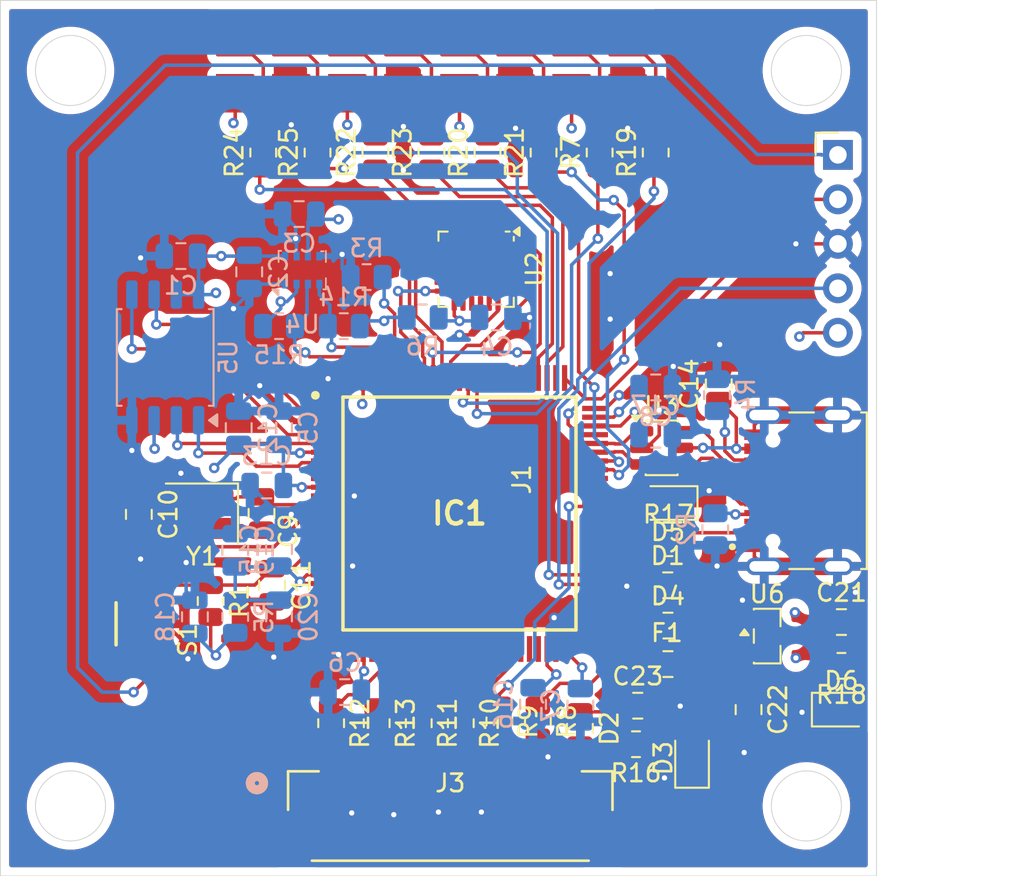
<source format=kicad_pcb>
(kicad_pcb (version 20241229) (generator "pcbnew") (generator_version "9.0")
  (layers (0 "F.Cu" signal) (4 "In1.Cu" power "GND.Cu") (6 "In2.Cu" power "3V3.Cu") (2 "B.Cu" signal) (13 "F.Paste" user) (15 "B.Paste" user) (5 "F.SilkS" user "F.Silkscreen") (7 "B.SilkS" user "B.Silkscreen") (1 "F.Mask" user) (3 "B.Mask" user) (25 "Edge.Cuts" user))
  (net 0 "")
  (net 1 "GND")
  (net 2 "+3.3V")
  (net 3 "/HSE_IN")
  (net 4 "/HSE_OUT")
  (net 5 "/RESET")
  (net 6 "/VBUS")
  (net 7 "+3.3VA")
  (net 8 "Net-(IC1-VCAP_1)")
  (net 9 "Net-(IC1-VCAP_2)")
  (net 10 "+5V")
  (net 11 "/ESC_5V")
  (net 13 "/TIM1_C2")
  (net 16 "/IMU_INT")
  (net 17 "/IMU_CS")
  (net 21 "/D-")
  (net 22 "/I2C1_SDA")
  (net 23 "/VTX_TX")
  (net 29 "/USB_TX")
  (net 35 "/GPS_RX")
  (net 36 "/I2C1_SCL")
  (net 43 "/IMU_MOSI")
  (net 45 "/D+")
  (net 46 "/TIM1_C3")
  (net 47 "/USB_RX")
  (net 48 "/RC_RX")
  (net 51 "/FLASH_CS")
  (net 55 "/VTX_RX")
  (net 66 "/FLASH_MOSI")
  (net 68 "/SWDCLK")
  (net 69 "/RC_TX")
  (net 70 "/IMU_SCK")
  (net 71 "/SWDIO")
  (net 72 "/ESC_TX")
  (net 76 "/BOOT")
  (net 77 "/GPS_TX")
  (net 79 "/ESC_RX")
  (net 81 "/IMU_MISO")
  (net 82 "/TIM1_C1")
  (net 83 "/FLASH_MISO")
  (net 84 "/FLASH_SCK")
  (net 85 "/TIM1_C4")
  (net 87 "/USB_D-")
  (net 88 "/USB_D+")
  (net 90 "/CC1")
  (net 92 "/CC2")
  (net 93 "/ESC_CH2")
  (net 94 "/ESC_CH1")
  (net 95 "/ESC_CH4")
  (net 96 "/ESC_CH3")
  (net 103 "/IMU_3V3")
  (net 104 "/5V_LDO_IN")
  (net 105 "/ESC_TX-C")
  (net 106 "/ESC_RX-C")
  (net 107 "Net-(D3-A)")
  (net 108 "Net-(D5-A)")
  (net 109 "Net-(D6-A)")
  (net 116 "/VTX_RX_PAD")
  (net 117 "/VTX_TX_PAD")
  (net 118 "/USB_RX_PAD")
  (net 119 "/USB_TX_PAD")
  (net 120 "/GPS_RX_PAD")
  (net 121 "/GPS_TX_PAD")
  (net 122 "/RC_RX_PAD")
  (net 123 "/RC_TX_PAD")
  (footprint "02Footprints:CONN_SM12B-GHS-TB_JST" (layer "F.Cu") (at 224.975001 114.875699)
    (property "Reference" "J3")
    (property "Value" "SM12B-GHS-TB")
  )
  (footprint "Capacitor_SMD:C_0805_2012Metric" (layer "F.Cu") (at 237.4 106.2)
    (property "Reference" "F1")
    (property "Value" "250mA")
  )
  (footprint "Resistor_SMD:R_0805_2012Metric" (layer "F.Cu") (at 233.5 76.9875 90)
    (property "Reference" "R7")
    (property "Value" "50")
  )
  (footprint "02Footprints:QFP50P1600X1600X160-100N" (layer "F.Cu") (at 225.5 97.6)
    (property "Reference" "IC1")
    (property "Value" "STM32F745VGT6" (hide yes))
  )
  (footprint "Capacitor_SMD:C_0805_2012Metric" (layer "F.Cu") (at 232.375001 109.875699 -90)
    (property "Reference" "D2")
    (property "Value" "D_Schottky")
  )
  (footprint "Resistor_SMD:R_0805_2012Metric" (layer "F.Cu") (at 236.7 76.9875 90)
    (property "Reference" "R19")
    (property "Value" "50")
  )
  (footprint "02Footprints:SHOUHAN_TYPE-C_16PIN_2MD__073_" (layer "F.Cu") (at 246 96.3 90)
    (property "Reference" "J1")
    (property "Value" "TYPE-C_16PIN_2MD__073_")
  )
  (footprint "Capacitor_SMD:C_0805_2012Metric" (layer "F.Cu") (at 214.2 97.6 -90)
    (property "Reference" "C9")
    (property "Value" "12p")
  )
  (footprint "Sensor_Motion:InvenSense_QFN-24_4x4mm_P0.5mm" (layer "F.Cu") (at 226.45 83.65 -90)
    (property "Reference" "U2")
    (property "Value" "MPU-6000")
  )
  (footprint "Capacitor_SMD:C_0805_2012Metric" (layer "F.Cu") (at 237.4 104)
    (property "Reference" "D4")
    (property "Value" "D_Schottky")
  )
  (footprint "Resistor_SMD:R_0805_2012Metric" (layer "F.Cu") (at 247.3 106.3 180)
    (property "Reference" "R18")
    (property "Value" "330")
  )
  (footprint "Resistor_SMD:R_0805_2012Metric" (layer "F.Cu") (at 211.3 102.6 -90)
    (property "Reference" "R1")
    (property "Value" "10k")
  )
  (footprint "Resistor_SMD:R_0805_2012Metric" (layer "F.Cu") (at 218.175001 109.575699 -90)
    (property "Reference" "R12")
    (property "Value" "50")
  )
  (footprint "Capacitor_SMD:C_0805_2012Metric" (layer "F.Cu") (at 247.3 103.8)
    (property "Reference" "C21")
    (property "Value" "1u")
  )
  (footprint "Resistor_SMD:R_0805_2012Metric" (layer "F.Cu") (at 223.175001 109.575699 -90)
    (property "Reference" "R11")
    (property "Value" "50")
  )
  (footprint "Capacitor_SMD:C_0805_2012Metric" (layer "F.Cu") (at 214.8 101.7 -90)
    (property "Reference" "C11")
    (property "Value" "100n")
  )
  (footprint "Capacitor_SMD:C_0805_2012Metric" (layer "F.Cu") (at 237.3875 101.7)
    (property "Reference" "D1")
    (property "Value" "D_TVS")
  )
  (footprint "Resistor_SMD:R_0805_2012Metric" (layer "F.Cu") (at 217.4 76.9875 90)
    (property "Reference" "R25")
    (property "Value" "50")
  )
  (footprint "Resistor_SMD:R_0805_2012Metric" (layer "F.Cu") (at 225.575001 109.575699 -90)
    (property "Reference" "R10")
    (property "Value" "50")
  )
  (footprint "Resistor_SMD:R_0805_2012Metric" (layer "F.Cu") (at 237.425 99.3)
    (property "Reference" "R17")
    (property "Value" "330")
  )
  (footprint "Resistor_SMD:R_0805_2012Metric" (layer "F.Cu") (at 214.3 76.9875 90)
    (property "Reference" "R24")
    (property "Value" "50")
  )
  (footprint "Resistor_SMD:R_0805_2012Metric" (layer "F.Cu") (at 229.975001 109.475699 -90)
    (property "Reference" "R8")
    (property "Value" "50")
  )
  (footprint "Connector_PinHeader_2.54mm:PinHeader_1x05_P2.54mm_Horizontal" (layer "F.Cu") (at 247.1 77.12)
    (property "Reference" "J4" (hide yes))
    (property "Value" "Conn_01x05_Pin")
  )
  (footprint "Resistor_SMD:R_0805_2012Metric" (layer "F.Cu") (at 230.3 76.9875 90)
    (property "Reference" "R21")
    (property "Value" "50")
  )
  (footprint "Resistor_SMD:R_0805_2012Metric" (layer "F.Cu") (at 227.1 76.9875 90)
    (property "Reference" "R20")
    (property "Value" "50")
  )
  (footprint "LED_SMD:LED_0805_2012Metric" (layer "F.Cu") (at 238.775001 111.575699 90)
    (property "Reference" "D3")
    (property "Value" "LED")
  )
  (footprint "Capacitor_SMD:C_0805_2012Metric" (layer "F.Cu") (at 207.2 97.65 -90)
    (property "Reference" "C10")
    (property "Value" "12p")
  )
  (footprint "02Footprints:SW_KMR221GLFS" (layer "F.Cu") (at 207.3 103.9 -90)
    (property "Reference" "S1")
    (property "Value" "KMR221GLFS")
  )
  (footprint "Capacitor_SMD:C_0805_2012Metric" (layer "F.Cu") (at 235.675001 108.575699)
    (property "Reference" "C23")
    (property "Value" "10u")
  )
  (footprint "Capacitor_SMD:C_0805_2012Metric" (layer "F.Cu") (at 240.3 90.2 90)
    (property "Reference" "C14")
    (property "Value" "100n")
  )
  (footprint "Resistor_SMD:R_0805_2012Metric" (layer "F.Cu") (at 223.9 76.9875 90)
    (property "Reference" "R23")
    (property "Value" "50")
  )
  (footprint "Capacitor_SMD:C_0805_2012Metric" (layer "F.Cu") (at 242 108.8 -90)
    (property "Reference" "C22")
    (property "Value" "1u")
  )
  (footprint "Package_TO_SOT_SMD:SOT-23-6" (layer "F.Cu") (at 237.0375 93.85)
    (property "Reference" "U3")
    (property "Value" "USBLC6-2SC6")
  )
  (footprint "Resistor_SMD:R_0805_2012Metric" (layer "F.Cu") (at 235.575001 110.775699 180)
    (property "Reference" "R16")
    (property "Value" "330")
  )
  (footprint "Resistor_SMD:R_0805_2012Metric" (layer "F.Cu") (at 220.775001 109.575699 -90)
    (property "Reference" "R13")
    (property "Value" "50")
  )
  (footprint "Crystal:Crystal_SMD_3225-4Pin_3.2x2.5mm" (layer "F.Cu") (at 210.8 97.6 180)
    (property "Reference" "Y1")
    (property "Value" "8MHz")
  )
  (footprint "Resistor_SMD:R_0805_2012Metric" (layer "F.Cu") (at 220.7 76.9875 90)
    (property "Reference" "R22")
    (property "Value" "50")
  )
  (footprint "LED_SMD:LED_0805_2012Metric" (layer "F.Cu") (at 247.3 108.8)
    (property "Reference" "D6")
    (property "Value" "LED")
  )
  (footprint "Resistor_SMD:R_0805_2012Metric" (layer "F.Cu") (at 227.775001 109.475699 -90)
    (property "Reference" "R9")
    (property "Value" "50")
  )
  (footprint "LED_SMD:LED_0805_2012Metric" (layer "F.Cu") (at 237.4 97 180)
    (property "Reference" "D5")
    (property "Value" "LED")
  )
  (footprint "Package_TO_SOT_SMD:SOT-23" (layer "F.Cu") (at 243.0625 104.6)
    (property "Reference" "U6")
    (property "Value" "MCP1700T-3302E/TT")
  )
  (footprint "Resistor_SMD:R_0805_2012Metric" (layer "B.Cu") (at 220.2 84.1 180)
    (property "Reference" "R3")
    (property "Value" "10k")
  )
  (footprint "Capacitor_SMD:C_0805_2012Metric" (layer "B.Cu") (at 213.5 83.8 90)
    (property "Reference" "C2")
    (property "Value" "100n")
  )
  (footprint "Capacitor_SMD:C_0805_2012Metric" (layer "B.Cu") (at 236.7 90.4)
    (property "Reference" "C8")
    (property "Value" "100n")
  )
  (footprint "Capacitor_SMD:C_0805_2012Metric" (layer "B.Cu") (at 227.6 86.4)
    (property "Reference" "C4")
    (property "Value" "100n")
  )
  (footprint "Resistor_SMD:R_0805_2012Metric" (layer "B.Cu") (at 218.9 86.9 180)
    (property "Reference" "R14")
    (property "Value" "5k1")
  )
  (footprint "Resistor_SMD:R_0805_2012Metric" (layer "B.Cu") (at 212.7 103.5 90)
    (property "Reference" "R5")
    (property "Value" "50")
  )
  (footprint "Capacitor_SMD:C_0805_2012Metric" (layer "B.Cu") (at 232.4 108.55 -90)
    (property "Reference" "C7")
    (property "Value" "100n")
  )
  (footprint "Capacitor_SMD:C_0805_2012Metric" (layer "B.Cu") (at 209.6 82.9)
    (property "Reference" "C1")
    (property "Value" "100n")
  )
  (footprint "Capacitor_SMD:C_0805_2012Metric" (layer "B.Cu") (at 212.9 92.7 90)
    (property "Reference" "C12")
    (property "Value" "10u")
  )
  (footprint "Package_SO:SOIC-8_5.3x5.3mm_P1.27mm" (layer "B.Cu") (at 208.705 88.6875 90)
    (property "Reference" "U5")
    (property "Value" "W25Q128JVSIQ")
  )
  (footprint "Capacitor_SMD:C_0805_2012Metric" (layer "B.Cu") (at 210.4 103.5 -90)
    (property "Reference" "C18")
    (property "Value" "100n")
  )
  (footprint "Resistor_SMD:R_0805_2012Metric" (layer "B.Cu") (at 240.1 98.5 -90)
    (property "Reference" "R2")
    (property "Value" "5k1")
  )
  (footprint "Capacitor_SMD:C_0805_2012Metric" (layer "B.Cu") (at 229.7 108.5 -90)
    (property "Reference" "C16")
    (property "Value" "2.2u")
  )
  (footprint "Capacitor_SMD:C_0805_2012Metric" (layer "B.Cu") (at 218.95 107.8 180)
    (property "Reference" "C6")
    (property "Value" "100n")
  )
  (footprint "Capacitor_SMD:C_0805_2012Metric" (layer "B.Cu") (at 215.2 103.5 90)
    (property "Reference" "C20")
    (property "Value" "100n")
  )
  (footprint "Capacitor_SMD:C_0805_2012Metric" (layer "B.Cu") (at 215.2 92.7 90)
    (property "Reference" "C5")
    (property "Value" "100n")
  )
  (footprint "Capacitor_SMD:C_0805_2012Metric" (layer "B.Cu") (at 216.35 80.5)
    (property "Reference" "C3")
    (property "Value" "100n")
  )
  (footprint "Capacitor_SMD:C_0805_2012Metric" (layer "B.Cu") (at 212.7 99.7 90)
    (property "Reference" "C19")
    (property "Value" "1u")
  )
  (footprint "Capacitor_SMD:C_0805_2012Metric" (layer "B.Cu") (at 214.5 96 180)
    (property "Reference" "C13")
    (property "Value" "100n")
  )
  (footprint "Package_LGA:Bosch_LGA-8_2x2.5mm_P0.65mm_ClockwisePinNumbering" (layer "B.Cu") (at 216.525 83.7)
    (property "Reference" "U4")
    (property "Value" "BMP280")
  )
  (footprint "Capacitor_SMD:C_0805_2012Metric" (layer "B.Cu") (at 215.2 99.65 -90)
    (property "Reference" "C15")
    (property "Value" "100n")
  )
  (footprint "Resistor_SMD:R_0805_2012Metric" (layer "B.Cu") (at 240.2 90.8375 90)
    (property "Reference" "R4")
    (property "Value" "5k1")
  )
  (footprint "Resistor_SMD:R_0805_2012Metric" (layer "B.Cu") (at 223.4 86.4)
    (property "Reference" "R6")
    (property "Value" "50")
  )
  (footprint "Capacitor_SMD:C_0805_2012Metric" (layer "B.Cu") (at 236.7 93.1 180)
    (property "Reference" "C17")
    (property "Value" "2.2u")
  )
  (footprint "Resistor_SMD:R_0805_2012Metric" (layer "B.Cu") (at 215.2 86.9)
    (property "Reference" "R15")
    (property "Value" "5k1")
  )
  (gr_rect (start 227.7 69.4) (end 229.7 71.4) (stroke (width 0.2)) (fill yes) (layers "F.Cu" "F.Mask") (net 119))
  (gr_rect (start 211.7 69.4) (end 213.7 71.4) (stroke (width 0.2)) (fill yes) (layers "F.Cu" "F.Mask") (net 122))
  (gr_rect (start 214.9 69.4) (end 216.9 71.4) (stroke (width 0.2)) (fill yes) (layers "F.Cu" "F.Mask") (net 123))
  (gr_rect (start 230.9 69.4) (end 232.9 71.4) (stroke (width 0.2)) (fill yes) (layers "F.Cu" "F.Mask") (net 116))
  (gr_rect (start 234.1 72.6) (end 236.1 74.6) (stroke (width 0.2)) (fill yes) (layers "F.Cu" "F.Mask") (net 1))
  (gr_rect (start 224.5 72.6) (end 226.5 74.6) (stroke (width 0.2)) (fill yes) (layers "F.Cu" "F.Mask") (net 2))
  (gr_rect (start 221.3 69.4) (end 223.3 71.4) (stroke (width 0.2)) (fill yes) (layers "F.Cu" "F.Mask") (net 121))
  (gr_rect (start 234.1 69.4) (end 236.1 71.4) (stroke (width 0.2)) (fill yes) (layers "F.Cu" "F.Mask") (net 117))
  (gr_rect (start 221.3 72.6) (end 223.3 74.6) (stroke (width 0.2)) (fill yes) (layers "F.Cu" "F.Mask") (net 1))
  (gr_rect (start 218.1 72.6) (end 220.1 74.6) (stroke (width 0.2)) (fill yes) (layers "F.Cu" "F.Mask") (net 2))
  (gr_rect (start 227.7 72.6) (end 229.7 74.6) (stroke (width 0.2)) (fill yes) (layers "F.Cu" "F.Mask") (net 1))
  (gr_rect (start 211.7 72.6) (end 213.7 74.6) (stroke (width 0.2)) (fill yes) (layers "F.Cu" "F.Mask") (net 2))
  (gr_rect (start 224.5 69.4) (end 226.5 71.4) (stroke (width 0.2)) (fill yes) (layers "F.Cu" "F.Mask") (net 118))
  (gr_rect (start 218.1 69.4) (end 220.1 71.4) (stroke (width 0.2)) (fill yes) (layers "F.Cu" "F.Mask") (net 120))
  (gr_rect (start 214.9 72.6) (end 216.9 74.6) (stroke (width 0.2)) (fill yes) (layers "F.Cu" "F.Mask") (net 1))
  (gr_rect (start 230.9 72.6) (end 232.9 74.6) (stroke (width 0.2)) (fill yes) (layers "F.Cu" "F.Mask") (net 2))
  (gr_circle (center 245.3 72.3) (end 245.3 70.3) (stroke (width 0.05)) (fill no) (layer "Edge.Cuts"))
  (gr_circle (center 203.3 114.3) (end 203.3 116.3) (stroke (width 0.05)) (fill no) (layer "Edge.Cuts"))
  (gr_rect (start 199.3 68.3) (end 249.3 118.3) (stroke (width 0.05)) (fill no) (layer "Edge.Cuts"))
  (gr_circle (center 203.3 72.3) (end 203.3 70.3) (stroke (width 0.05)) (fill no) (layer "Edge.Cuts"))
  (gr_circle (center 245.3 114.3) (end 245.3 116.3) (stroke (width 0.05)) (fill no) (layer "Edge.Cuts"))
  (segment (start 207.3 98.7) (end 207.2 98.6) (width 0.2) (layer "F.Cu") (net 1))
  (segment (start 208.725 103.9) (end 210 105.175) (width 0.2) (layer "F.Cu") (net 1))
  (segment (start 230.55 112.949998) (end 230.600001 112.999999) (width 0.2) (layer "F.Cu") (net 1))
  (segment (start 242 111) (end 241.75 111.25) (width 0.2) (layer "F.Cu") (net 1))
  (segment (start 242.33 93.1) (end 242.33 92.545) (width 0.2) (layer "F.Cu") (net 1))
  (segment (start 233.85 91.6) (end 234.6 90.85) (width 0.2) (layer "F.Cu") (net 1))
  (segment (start 226.850001 112.999999) (end 226.850001 114.549999) (width 0.2) (layer "F.Cu") (net 1))
  (segment (start 238.775001 112.513199) (end 237.386801 112.513199) (width 0.2) (layer "F.Cu") (net 1))
  (segment (start 231 105.338) (end 231 103.65) (width 0.2) (layer "F.Cu") (net 1))
  (segment (start 210 105.175) (end 210 105.9) (width 0.2) (layer "F.Cu") (net 1))
  (segment (start 215 98.55) (end 215.9 97.65) (width 0.2) (layer "F.Cu") (net 1))
  (segment (start 227.7 86.024999) (end 226.324999 87.4) (width 0.2) (layer "F.Cu") (net 1))
  (segment (start 214.8 105.7) (end 214.9 105.8) (width 0.2) (layer "F.Cu") (net 1))
  (segment (start 239.05 97) (end 239.75 96.3) (width 0.2) (layer "F.Cu") (net 1))
  (segment (start 219.5 89.862) (end 218.038 89.862) (width 0.2) (layer "F.Cu") (net 1))
  (segment (start 240.3 89.25) (end 240.3 88) (width 0.2) (layer "F.Cu") (net 1))
  (segment (start 214.2 98.55) (end 215 98.55) (width 0.2) (layer "F.Cu") (net 1))
  (segment (start 219.350001 112.999999) (end 219.35 114.7) (width 0.2) (layer "F.Cu") (net 1))
  (segment (start 215.9 73.6) (end 215.9 75.4) (width 0.2) (layer "F.Cu") (net 1))
  (segment (start 209.7 95.4) (end 209.6 95.3) (width 0.2) (layer "F.Cu") (net 1))
  (segment (start 235.1 73.6) (end 235.1 75.6) (width 0.2) (layer "F.Cu") (net 1))
  (segment (start 248.25 102.25) (end 248.1 102.1) (width 0.2) (layer "F.Cu") (net 1))
  (segment (start 236.9 91.7) (end 236.9 93.133756) (width 0.2) (layer "F.Cu") (net 1))
  (segment (start 230.55 111.5) (end 230.55 112.949998) (width 0.2) (layer "F.Cu") (net 1))
  (segment (start 227.7 85.6) (end 227.7 86.024999) (width 0.2) (layer "F.Cu") (net 1))
  (segment (start 235.1 101.7) (end 235.05 101.75) (width 0.2) (layer "F.Cu") (net 1))
  (segment (start 238.075699 108.575699) (end 238.1 108.6) (width 0.2) (layer "F.Cu") (net 1))
  (segment (start 217.762 96.6) (end 219.5 96.6) (width 0.2) (layer "F.Cu") (net 1))
  (segment (start 207.3 100.2) (end 207.3 98.7) (width 0.2) (layer "F.Cu") (net 1))
  (segment (start 231 103.65) (end 230.9 103.55) (width 0.2) (layer "F.Cu") (net 1))
  (segment (start 226.324999 87.4) (end 225.5 87.4) (width 0.2) (layer "F.Cu") (net 1))
  (segment (start 209.7 96.75) (end 209.7 95.4) (width 0.2) (layer "F.Cu") (net 1))
  (segment (start 242.33 100.055) (end 242.895 100.62) (width 0.2) (layer "F.Cu") (net 1))
  (segment (start 236.183756 93.85) (end 235.9 93.85) (width 0.2) (layer "F.Cu") (net 1))
  (segment (start 247.075 91.98) (end 242.895 91.98) (width 1) (layer "F.Cu") (net 1))
  (segment (start 242.33 99.5) (end 242.33 100.055) (width 0.2) (layer "F.Cu") (net 1))
  (segment (start 221.850001 112.999999) (end 221.850001 114.699999) (width 0.2) (layer "F.Cu") (net 1))
  (segment (start 242.125 103.025) (end 241.65 102.55) (width 0.2) (layer "F.Cu") (net 1))
  (segment (start 242 109.75) (end 242 111) (width 0.2) (layer "F.Cu") (net 1))
  (segment (start 224.350001 114.599999) (end 224.3 114.65) (width 0.2) (layer "F.Cu") (net 1))
  (segment (start 226.850001 114.549999) (end 226.75 114.65) (width 0.2) (layer "F.Cu") (net 1))
  (segment (start 206.5 101) (end 207.3 100.2) (width 0.2) (layer "F.Cu") (net 1))
  (segment (start 238.3375 97) (end 239.05 97) (width 0.2) (layer "F.Cu") (net 1))
  (segment (start 233.238 91.6) (end 233.85 91.6) (width 0.2) (layer "F.Cu") (net 1))
  (segment (start 219.188 105.65) (end 219.5 105.338) (width 0.2) (layer "F.Cu") (net 1))
  (segment (start 237.386801 112.513199) (end 237.2 112.7) (width 0.2) (layer "F.Cu") (net 1))
  (segment (start 222.3 73.6) (end 222.3 75.5) (width 0.2) (layer "F.Cu") (net 1))
  (segment (start 242.125 103.65) (end 242.125 103.025) (width 0.2) (layer "F.Cu") (net 1))
  (segment (start 206.5 101.85) (end 206.5 105.95) (width 0.2) (layer "F.Cu") (net 1))
  (segment (start 218.038 89.862) (end 218 89.9) (width 0.2) (layer "F.Cu") (net 1))
  (segment (start 246.3625 108.8) (end 245.2 108.8) (width 0.2) (layer "F.Cu") (net 1))
  (segment (start 248.25 103.8) (end 248.25 102.25) (width 0.2) (layer "F.Cu") (net 1))
  (segment (start 245.2 108.8) (end 245.05 108.95) (width 0.2) (layer "F.Cu") (net 1))
  (segment (start 242.895 100.62) (end 247.075 100.62) (width 1) (layer "F.Cu") (net 1))
  (segment (start 224.350001 112.999999) (end 224.350001 114.599999) (width 0.2) (layer "F.Cu") (net 1))
  (segment (start 218.6 105.65) (end 219.188 105.65) (width 0.2) (layer "F.Cu") (net 1))
  (segment (start 214.1 98.45) (end 214.2 98.55) (width 0.2) (layer "F.Cu") (net 1))
  (segment (start 236.9 93.133756) (end 236.183756 93.85) (width 0.2) (layer "F.Cu") (net 1))
  (segment (start 247.1 82.2) (end 244.7 82.2) (width 0.2) (layer "F.Cu") (net 1))
  (segment (start 240.3 88) (end 240.35 87.95) (width 0.2) (layer "F.Cu") (net 1))
  (segment (start 236.625001 108.575699) (end 238.075699 108.575699) (width 0.2) (layer "F.Cu") (net 1))
  (segment (start 211.9 98.45) (end 214.1 98.45) (width 0.2) (layer "F.Cu") (net 1))
  (segment (start 221.850001 114.699999) (end 221.75 114.8) (width 0.2) (layer "F.Cu") (net 1))
  (segment (start 228.7 75.6) (end 228.7 73.6) (width 0.2) (layer "F.Cu") (net 1))
  (segment (start 217.762 100.6) (end 219.4 100.6) (width 0.2) (layer "F.Cu") (net 1))
  (segment (start 214.8 102.65) (end 214.8 105.7) (width 0.2) (layer "F.Cu") (net 1))
  (segment (start 242.33 92.545) (end 242.895 91.98) (width 0.2) (layer "F.Cu") (net 1))
  (segment (start 236.4375 101.7) (end 235.1 101.7) (width 0.2) (layer "F.Cu") (net 1))
  (segment (start 206.5 101.85) (end 206.5 101) (width 0.2) (layer "F.Cu") (net 1))
  (via (at 221.75 114.8) (size 0.6) (drill 0.3) (layers "F.Cu" "B.Cu") (net 1))
  (via (at 234.1 83.9) (size 0.6) (drill 0.3) (layers "F.Cu" "B.Cu") (net 1))
  (via (at 235.05 101.75) (size 0.6) (drill 0.3) (layers "F.Cu" "B.Cu") (net 1))
  (via (at 207.3 100.2) (size 0.6) (drill 0.3) (layers "F.Cu" "B.Cu") (net 1))
  (via (at 234.1 86.5) (size 0.6) (drill 0.3) (layers "F.Cu" "B.Cu") (net 1))
  (via (at 248.1 102.1) (size 0.6) (drill 0.3) (layers "F.Cu" "B.Cu") (net 1))
  (via (at 210 105.9) (size 0.6) (drill 0.3) (layers "F.Cu" "B.Cu") (net 1))
  (via (at 222.3 78) (size 0.6) (drill 0.3) (layers "F.Cu" "B.Cu") (net 1))
  (via (at 230.9 103.55) (size 0.6) (drill 0.3) (layers "F.Cu" "B.Cu") (net 1))
  (via (at 226.75 114.65) (size 0.6) (drill 0.3) (layers "F.Cu" "B.Cu") (net 1))
  (via (at 237.7 89.2) (size 0.6) (drill 0.3) (layers "F.Cu" "B.Cu") (net 1))
  (via (at 234.6 90.85) (size 0.6) (drill 0.3) (layers "F.Cu" "B.Cu") (net 1))
  (via (at 241.75 111.25) (size 0.6) (drill 0.3) (layers "F.Cu" "B.Cu") (net 1))
  (via (at 209.9 100.4) (size 0.6) (drill 0.3) (layers "F.Cu" "B.Cu") (net 1))
  (via (at 218 89.9) (size 0.6) (drill 0.3) (layers "F.Cu" "B.Cu") (net 1))
  (via (at 229.5 86.4) (size 0.6) (drill 0.3) (layers "F.Cu" "B.Cu") (net 1))
  (via (at 239.75 96.3) (size 0.6) (drill 0.3) (layers "F.Cu" "B.Cu") (net 1))
  (via (at 237.2 112.7) (size 0.6) (drill 0.3) (layers "F.Cu" "B.Cu") (net 1))
  (via (at 218.6 105.65) (size 0.6) (drill 0.3) (layers "F.Cu" "B.Cu") (net 1))
  (via (at 230.55 111.5) (size 0.6) (drill 0.3) (layers "F.Cu" "B.Cu") (net 1))
  (via (at 219.35 114.7) (size 0.6) (drill 0.3) (layers "F.Cu" "B.Cu") (net 1))
  (via (at 245.05 108.95) (size 0.6) (drill 0.3) (layers "F.Cu" "B.Cu") (net 1))
  (via (at 219.4 100.6) (size 0.6) (drill 0.3) (layers "F.Cu" "B.Cu") (net 1))
  (via (at 215.9 97.65) (size 0.6) (drill 0.3) (layers "F.Cu" "B.Cu") (net 1))
  (via (at 225.5 87.4) (size 0.6) (drill 0.3) (layers "F.Cu" "B.Cu") (net 1))
  (via (at 240.2 100.6) (size 0.6) (drill 0.3) (layers "F.Cu" "B.Cu") (net 1))
  (via (at 212.6 85.9) (size 0.6) (drill 0.3) (layers "F.Cu" "B.Cu") (net 1))
  (via (at 236.9 91.7) (size 0.6) (drill 0.3) (layers "F.Cu" "B.Cu") (net 1))
  (via (at 228.7 75.6) (size 0.6) (drill 0.3) (layers "F.Cu" "B.Cu") (net 1))
  (via (at 209.6 95.3) (size 0.6) (drill 0.3) (layers "F.Cu" "B.Cu") (net 1))
  (via (at 240.35 87.95) (size 0.6) (drill 0.3) (layers "F.Cu" "B.Cu") (net 1))
  (via (at 244.7 82.2) (size 0.6) (drill 0.3) (layers "F.Cu" "B.Cu") (net 1))
  (via (at 224.3 114.65) (size 0.6) (drill 0.3) (layers "F.Cu" "B.Cu") (net 1))
  (via (at 214.1 90.3) (size 0.6) (drill 0.3) (layers "F.Cu" "B.Cu") (net 1))
  (via (at 241.65 102.55) (size 0.6) (drill 0.3) (layers "F.Cu" "B.Cu") (net 1))
  (via (at 214.9 105.8) (size 0.6) (drill 0.3) (layers "F.Cu" "B.Cu") (net 1))
  (via (at 222.3 75.5) (size 0.6) (drill 0.3) (layers "F.Cu" "B.Cu") (net 1))
  (via (at 215.9 75.4) (size 0.6) (drill 0.3) (layers "F.Cu" "B.Cu") (net 1))
  (via (at 238.1 108.6) (size 0.6) (drill 0.3) (layers "F.Cu" "B.Cu") (net 1))
  (via (at 206.8 94) (size 0.6) (drill 0.3) (layers "F.Cu" "B.Cu") (net 1))
  (via (at 219.5 96.6) (size 0.6) (drill 0.3) (layers "F.Cu" "B.Cu") (net 1))
  (via (at 216.15 81.9) (size 0.6) (drill 0.3) (layers "F.Cu" "B.Cu") (net 1))
  (via (at 207.3 83) (size 0.6) (drill 0.3) (layers "F.Cu" "B.Cu") (net 1))
  (via (at 235.1 75.6) (size 0.6) (drill 0.3) (layers "F.Cu" "B.Cu") (net 1))
  (via (at 218.8 82.8) (size 0.6) (drill 0.3) (layers "F.Cu" "B.Cu") (net 1))
  (segment (start 213.5 85) (end 212.6 85.9) (width 0.2) (layer "B.Cu") (net 1))
  (segment (start 237.65 90.7) (end 237.65 89.25) (width 0.2) (layer "B.Cu") (net 1))
  (segment (start 229.7 109.45) (end 232.35 109.45) (width 0.2) (layer "B.Cu") (net 1))
  (segment (start 215.2 97.65) (end 215.9 97.65) (width 0.2) (layer "B.Cu") (net 1))
  (segment (start 211.55 98.75) (end 209.9 100.4) (width 0.2) (layer "B.Cu") (net 1))
  (segment (start 232.35 109.45) (end 232.4 109.5) (width 0.2) (layer "B.Cu") (net 1))
  (segment (start 212.7 98.75) (end 211.55 98.75) (width 0.2) (layer "B.Cu") (net 1))
  (segment (start 216.15 81.9) (end 216.15 81.25) (width 0.2) (layer "B.Cu") (net 1))
  (segment (start 218.8 82.8) (end 218.8 83.6125) (width 0.2) (layer "B.Cu") (net 1))
  (segment (start 240.1 100.5) (end 240.2 100.6) (width 0.2) (layer "B.Cu") (net 1))
  (segment (start 240.1 99.4125) (end 240.1 100.5) (width 0.2) (layer "B.Cu") (net 1))
  (segment (start 216.2 81.95) (end 216.15 81.9) (width 0.2) (layer "B.Cu") (net 1))
  (segment (start 218 107.8) (end 218 106.25) (width 0.2) (layer "B.Cu") (net 1))
  (segment (start 213.75 84.5) (end 213.5 84.75) (width 0.2) (layer "B.Cu") (net 1))
  (segment (start 240.35 87.95) (end 240.2 88.1) (width 0.2) (layer "B.Cu") (net 1))
  (segment (start 237.6 91.7) (end 237.65 91.75) (width 0.2) (layer "B.Cu") (net 1))
  (segment (start 215.2 104.45) (end 215.2 105.5) (width 0.2) (layer "B.Cu") (net 1))
  (segment (start 214.1 90.3) (end 214.1 90.65) (width 0.2) (layer "B.Cu") (net 1))
  (segment (start 208.65 82.9) (end 207.4 82.9) (width 0.2) (layer "B.Cu") (net 1))
  (segment (start 237.65 93.1) (end 237.65 91.75) (width 0.2) (layer "B.Cu") (net 1))
  (segment (start 215.55 84.5) (end 213.75 84.5) (width 0.2) (layer "B.Cu") (net 1))
  (segment (start 209.9 102.05) (end 209.9 100.4) (width 0.2) (layer "B.Cu") (net 1))
  (segment (start 218.8 83.6125) (end 219.2875 84.1) (width 0.2) (layer "B.Cu") (net 1))
  (segment (start 230.55 110.3) (end 230.55 111.5) (width 0.2) (layer "B.Cu") (net 1))
  (segment (start 216.2 82.9) (end 216.2 81.95) (width 0.2) (layer "B.Cu") (net 1))
  (segment (start 229.7 109.45) (end 230.55 110.3) (width 0.2) (layer "B.Cu") (net 1))
  (segment (start 206.8 92.275) (end 206.8 94) (width 0.2) (layer "B.Cu") (net 1))
  (segment (start 215.9 97.65) (end 215.9 98) (width 0.2) (layer "B.Cu") (net 1))
  (segment (start 214.1 90.65) (end 215.2 91.75) (width 0.2) (layer "B.Cu") (net 1))
  (segment (start 216.15 81.25) (end 215.4 80.5) (width 0.2) (layer "B.Cu") (net 1))
  (segment (start 236.9 91.7) (end 237.6 91.7) (width 0.2) (layer "B.Cu") (net 1))
  (segment (start 228.55 86.4) (end 229.5 86.4) (width 0.2) (layer "B.Cu") (net 1))
  (segment (start 218 106.25) (end 218.6 105.65) (width 0.2) (layer "B.Cu") (net 1))
  (segment (start 212.9 91.5) (end 214.1 90.3) (width 0.2) (layer "B.Cu") (net 1))
  (segment (start 237.65 91.75) (end 237.65 90.7) (width 0.2) (layer "B.Cu") (net 1))
  (segment (start 213.5 84.75) (end 213.5 85) (width 0.2) (layer "B.Cu") (net 1))
  (segment (start 218.7 82.9) (end 218.8 82.8) (width 0.2) (layer "B.Cu") (net 1))
  (segment (start 215.9 98) (end 215.2 98.7) (width 0.2) (layer "B.Cu") (net 1))
  (segment (start 212.9 91.75) (end 212.9 91.5) (width 0.2) (layer "B.Cu") (net 1))
  (segment (start 207.4 82.9) (end 207.3 83) (width 0.2) (layer "B.Cu") (net 1))
  (segment (start 215.2 105.5) (end 214.9 105.8) (width 0.2) (layer "B.Cu") (net 1))
  (segment (start 237.65 89.25) (end 237.7 89.2) (width 0.2) (layer "B.Cu") (net 1))
  (segment (start 213.55 96) (end 215.2 97.65) (width 0.2) (layer "B.Cu") (net 1))
  (segment (start 210.4 102.55) (end 209.9 102.05) (width 0.2) (layer "B.Cu") (net 1))
  (segment (start 240.2 88.1) (end 240.2 89.925) (width 0.2) (layer "B.Cu") (net 1))
  (segment (start 217.5 82.9) (end 218.7 82.9) (width 0.2) (layer "B.Cu") (net 1))
  (segment (start 231.5 105.338) (end 231.5 105.4) (width 0.2) (layer "F.Cu") (net 2))
  (segment (start 212.7 73.6) (end 212.7 75.2) (width 0.2) (layer "F.Cu") (net 2))
  (segment (start 211.3 103.5125) (end 211.3 105.4) (width 0.2) (layer "F.Cu") (net 2))
  (segment (start 211.3 105.4) (end 211.6 105.7) (width 0.2) (layer "F.Cu") (net 2))
  (segment (start 247.1 87.28) (end 245.12 87.28) (width 0.2) (layer "F.Cu") (net 2))
  (segment (start 216.5 96.1) (end 217.762 96.1) (width 0.2) (layer "F.Cu") (net 2))
  (segment (start 246.3875 103.8375) (end 246.35 103.8) (width 0.2) (layer "F.Cu") (net 2))
  (segment (start 234.3 92.1) (end 233.238 92.1) (width 0.2) (layer "F.Cu") (net 2))
  (segment (start 217.762 94.1) (end 216.45 94.1) (width 0.2) (layer "F.Cu") (net 2))
  (segment (start 220 89.862) (end 220 91.3) (width 0.2) (layer "F.Cu") (net 2))
  (segment (start 231.5 105.4) (end 232.5 106.4) (width 0.2) (layer "F.Cu") (net 2))
  (segment (start 245.55 104.6) (end 244 104.6) (width 0.2) (layer "F.Cu") (net 2))
  (segment (start 220.05 106.6) (end 220.05 105.388) (width 0.2) (layer "F.Cu") (net 2))
  (segment (start 246.35 103.8) (end 245.55 104.6) (width 0.2) (layer "F.Cu") (net 2))
  (segment (start 245.12 87.28) (end 244.9 87.5) (width 0.2) (layer "F.Cu") (net 2))
  (segment (start 246.3875 106.3) (end 246.3875 103.8375) (width 0.2) (layer "F.Cu") (net 2))
  (segment (start 219.1 73.6) (end 219.1 75.4) (width 0.2) (layer "F.Cu") (net 2))
  (segment (start 212.7 75.2) (end 212.6 75.3) (width 0.2) (layer "F.Cu") (net 2))
  (segment (start 220 91.3) (end 219.95 91.35) (width 0.2) (layer "F.Cu") (net 2))
  (segment (start 220.05 105.388) (end 220 105.338) (width 0.2) (layer "F.Cu") (net 2))
  (segment (start 216.45 94.1) (end 216.4 94.15) (width 0.2) (layer "F.Cu") (net 2))
  (segment (start 231.9 73.6) (end 231.9 75.6) (width 0.2) (layer "F.Cu") (net 2))
  (segment (start 225.5 73.6) (end 225.5 75.5) (width 0.2) (layer "F.Cu") (net 2))
  (segment (start 234.6 91.8) (end 234.3 92.1) (width 0.2) (layer "F.Cu") (net 2))
  (via (at 216.4 94.15) (size 0.6) (drill 0.3) (layers "F.Cu" "B.Cu") (net 2))
  (via (at 215.3 85.5) (size 0.6) (drill 0.3) (layers "F.Cu" "B.Cu") (net 2))
  (via (at 211.6 105.7) (size 0.6) (drill 0.3) (layers "F.Cu" "B.Cu") (net 2))
  (via (at 212.6 75.3) (size 0.6) (drill 0.3) (layers "F.Cu" "B.Cu") (net 2))
  (via (at 216.5 96.1) (size 0.6) (drill 0.3) (layers "F.Cu" "B.Cu") (net 2))
  (via (at 218.6 80.8) (size 0.6) (drill 0.3) (layers "F.Cu" "B.Cu") (net 2))
  (via (at 231.9 75.6) (size 0.6) (drill 0.3) (layers "F.Cu" "B.Cu") (net 2))
  (via (at 232.5 106.4) (size 0.6) (drill 0.3) (layers "F.Cu" "B.Cu") (net 2))
  (via (at 244.9 87.5) (size 0.6) (drill 0.3) (layers "F.Cu" "B.Cu") (net 2))
  (via (at 244.7 105.85) (size 0.6) (drill 0.3) (layers "F.Cu" "B.Cu") (net 2))
  (via (at 221.2 86.6) (size 0.6) (drill 0.3) (layers "F.Cu" "B.Cu") (net 2))
  (via (at 208.1 93.9) (size 0.6) (drill 0.3) (layers "F.Cu" "B.Cu") (net 2))
  (via (at 219.95 91.35) (size 0.6) (drill 0.3) (layers "F.Cu" "B.Cu") (net 2))
  (via (at 211.6 85) (size 0.6) (drill 0.3) (layers "F.Cu" "B.Cu") (net 2))
  (via (at 244.65 103.25) (size 0.6) (drill 0.3) (layers "F.Cu" "B.Cu") (net 2))
  (via (at 225.5 75.5) (size 0.6) (drill 0.3) (layers "F.Cu" "B.Cu") (net 2))
  (via (at 211.5 95) (size 0.6) (drill 0.3) (layers "F.Cu" "B.Cu") (net 2))
  (via (at 211.9 82.9) (size 0.6) (drill 0.3) (layers "F.Cu" "B.Cu") (net 2))
  (via (at 220.05 106.6) (size 0.6) (drill 0.3) (layers "F.Cu" "B.Cu") (net 2))
  (via (at 234.6 91.8) (size 0.6) (drill 0.3) (layers "F.Cu" "B.Cu") (net 2))
  (via (at 219.1 75.4) (size 0.6) (drill 0.3) (layers "F.Cu" "B.Cu") (net 2))
  (segment (start 215.45 93.9) (end 215.2 93.65) (width 0.2) (layer "B.Cu") (net 2))
  (segment (start 221.4 86.4) (end 221.2 86.6) (width 0.2) (layer "B.Cu") (net 2))
  (segment (start 212.9 93.65) (end 212.85 93.65) (width 0.2) (layer "B.Cu") (net 2))
  (segment (start 216.85 80.95) (end 217.3 80.5) (width 0.2) (layer "B.Cu") (net 2))
  (segment (start 208.07 92.275) (end 208.07 93.87) (width 0.2) (layer "B.Cu") (net 2))
  (segment (start 216.4 94.15) (end 215.7 94.15) (width 0.2) (layer "B.Cu") (net 2))
  (segment (start 213.55 82.9) (end 213.5 82.85) (width 0.2) (layer "B.Cu") (net 2))
  (segment (start 216.2 84.95) (end 215.65 85.5) (width 0.2) (layer "B.Cu") (net 2))
  (segment (start 218.6 80.8) (end 217.3 80.8) (width 0.2) (layer "B.Cu") (net 2))
  (segment (start 216.85 82.9) (end 216.85 80.95) (width 0.2) (layer "B.Cu") (net 2))
  (segment (start 215.45 96) (end 215.45 93.9) (width 0.2) (layer "B.Cu") (net 2))
  (segment (start 211.5 85.1) (end 211.6 85) (width 0.2) (layer "B.Cu") (net 2))
  (segment (start 219.9 106.75) (end 220.05 106.6) (width 0.2) (layer "B.Cu") (net 2))
  (segment (start 212.9 93.65) (end 215.2 93.65) (width 0.2) (layer "B.Cu") (net 2))
  (segment (start 210.4 104.5) (end 211.6 105.7) (width 0.2) (layer "B.Cu") (net 2))
  (segment (start 209.34 85.1) (end 210.61 85.1) (width 0.2) (layer "B.Cu") (net 2))
  (segment (start 220.1125 86.6) (end 219.8125 86.9) (width 0.2) (layer "B.Cu") (net 2))
  (segment (start 215.65 85.5) (end 215.3 85.5) (width 0.2) (layer "B.Cu") (net 2))
  (segment (start 211.6 105.5125) (end 212.7 104.4125) (width 0.2) (layer "B.Cu") (net 2))
  (segment (start 235.7 90.7) (end 234.6 91.8) (width 0.2) (layer "B.Cu") (net 2))
  (segment (start 215.45 96) (end 216.4 96) (width 0.2) (layer "B.Cu") (net 2))
  (segment (start 210.61 82.96) (end 210.55 82.9) (width 0.2) (layer "B.Cu") (net 2))
  (segment (start 216.4 96) (end 216.5 96.1) (width 0.2) (layer "B.Cu") (net 2))
  (segment (start 211.6 105.7) (end 211.6 105.5125) (width 0.2) (layer "B.Cu") (net 2))
  (segment (start 210.61 85.1) (end 210.61 82.96) (width 0.2) (layer "B.Cu") (net 2))
  (segment (start 232.5 106.4) (end 232.5 107.5) (width 0.2) (layer "B.Cu") (net 2))
  (segment (start 219.9 107.8) (end 219.9 106.75) (width 0.2) (layer "B.Cu") (net 2))
  (segment (start 213.45 82.9) (end 213.5 82.85) (width 0.2) (layer "B.Cu") (net 2))
  (segment (start 215.7 94.15) (end 215.2 93.65) (width 0.2) (layer "B.Cu") (net 2))
  (segment (start 210.55 82.9) (end 211.9 82.9) (width 0.2) (layer "B.Cu") (net 2))
  (segment (start 215.55 82.9) (end 213.55 82.9) (width 0.2) (layer "B.Cu") (net 2))
  (segment (start 235.75 90.7) (end 235.7 90.7) (width 0.2) (layer "B.Cu") (net 2))
  (segment (start 210.61 85.1) (end 211.5 85.1) (width 0.2) (layer "B.Cu") (net 2))
  (segment (start 208.07 93.87) (end 208.1 93.9) (width 0.2) (layer "B.Cu") (net 2))
  (segment (start 222.4875 86.4) (end 221.4 86.4) (width 0.2) (layer "B.Cu") (net 2))
  (segment (start 232.5 107.5) (end 232.4 107.6) (width 0.2) (layer "B.Cu") (net 2))
  (segment (start 211.9 82.9) (end 213.45 82.9) (width 0.2) (layer "B.Cu") (net 2))
  (segment (start 216.2 84.5) (end 216.2 84.95) (width 0.2) (layer "B.Cu") (net 2))
  (segment (start 210.4 104.45) (end 210.4 104.5) (width 0.2) (layer "B.Cu") (net 2))
  (segment (start 215.3 85.8875) (end 214.2875 86.9) (width 0.2) (layer "B.Cu") (net 2))
  (segment (start 215.3 85.5) (end 215.3 85.8875) (width 0.2) (layer "B.Cu") (net 2))
  (segment (start 212.85 93.65) (end 211.5 95) (width 0.2) (layer "B.Cu") (net 2))
  (segment (start 221.2 86.6) (end 220.1125 86.6) (width 0.2) (layer "B.Cu") (net 2))
  (segment (start 217.762 97.1) (end 214.65 97.1) (width 0.2) (layer "F.Cu") (net 3))
  (segment (start 212.85 96.65) (end 212.75 96.75) (width 0.2) (layer "F.Cu") (net 3))
  (segment (start 214.65 97.1) (end 214.2 96.65) (width 0.2) (layer "F.Cu") (net 3))
  (segment (start 212.75 96.75) (end 211.9 96.75) (width 0.2) (layer "F.Cu") (net 3))
  (segment (start 214.2 96.65) (end 212.85 96.65) (width 0.2) (layer "F.Cu") (net 3))
  (segment (start 207.2 96.7) (end 207.95 96.7) (width 0.2) (layer "F.Cu") (net 4))
  (segment (start 210.75 99.5) (end 209.7 98.45) (width 0.2) (layer "F.Cu") (net 4))
  (segment (start 217.762 97.6) (end 216.8245 97.6) (width 0.2) (layer "F.Cu") (net 4))
  (segment (start 216.8245 97.6) (end 214.9245 99.5) (width 0.2) (layer "F.Cu") (net 4))
  (segment (start 207.95 96.7) (end 209.7 98.45) (width 0.2) (layer "F.Cu") (net 4))
  (segment (start 214.9245 99.5) (end 210.75 99.5) (width 0.2) (layer "F.Cu") (net 4))
  (segment (start 217.762 98.1) (end 216.8245 98.1) (width 0.2) (layer "F.Cu") (net 5))
  (segment (start 215.95 100.75) (end 214.8 100.75) (width 0.2) (layer "F.Cu") (net 5))
  (segment (start 216.8245 98.1) (end 216.6 98.3245) (width 0.2) (layer "F.Cu") (net 5))
  (segment (start 216.6 100.1) (end 215.95 100.75) (width 0.2) (layer "F.Cu") (net 5))
  (segment (start 213.8125 101.6875) (end 211.3 101.6875) (width 0.2) (layer "F.Cu") (net 5))
  (segment (start 216.6 98.3245) (end 216.6 100.1) (width 0.2) (layer "F.Cu") (net 5))
  (segment (start 214.8 100.75) (end 214.75 100.75) (width 0.2) (layer "F.Cu") (net 5))
  (segment (start 208.2625 101.6875) (end 208.1 101.85) (width 0.2) (layer "F.Cu") (net 5))
  (segment (start 214.75 100.75) (end 213.8125 101.6875) (width 0.2) (layer "F.Cu") (net 5))
  (segment (start 206.9 107.8) (end 208.1 106.6) (width 0.2) (layer "F.Cu") (net 5))
  (segment (start 208.1 101.85) (end 208.1 105.95) (width 0.2) (layer "F.Cu") (net 5))
  (segment (start 211.3 101.6875) (end 208.2625 101.6875) (width 0.2) (layer "F.Cu") (net 5))
  (segment (start 208.1 106.6) (end 208.1 105.95) (width 0.2) (layer "F.Cu") (net 5))
  (via (at 206.9 107.8) (size 0.6) (drill 0.3) (layers "F.Cu" "B.Cu") (net 5))
  (segment (start 246.16 77.12) (end 247.1 77.12) (width 0.2) (layer "B.Cu") (net 5))
  (segment (start 205.1 107.8) (end 203.7 106.4) (width 0.2) (layer "B.Cu") (net 5))
  (segment (start 203.7 106.4) (end 203.7 77) (width 0.2) (layer "B.Cu") (net 5))
  (segment (start 246.14 77.1) (end 246.16 77.12) (width 0.2) (layer "B.Cu") (net 5))
  (segment (start 242.5 77.1) (end 246.14 77.1) (width 0.2) (layer "B.Cu") (net 5))
  (segment (start 237.4 72) (end 242.5 77.1) (width 0.2) (layer "B.Cu") (net 5))
  (segment (start 206.9 107.8) (end 205.1 107.8) (width 0.2) (layer "B.Cu") (net 5))
  (segment (start 203.7 77) (end 208.7 72) (width 0.2) (layer "B.Cu") (net 5))
  (segment (start 208.7 72) (end 237.4 72) (width 0.2) (layer "B.Cu") (net 5))
  (segment (start 243.507 94.5) (end 243.507 98.1) (width 0.2) (layer "F.Cu") (net 6))
  (segment (start 241.3 92.15) (end 240.3 91.15) (width 0.2) (layer "F.Cu") (net 6))
  (segment (start 242.907 98.7) (end 242.33 98.7) (width 0.2) (layer "F.Cu") (net 6))
  (segment (start 238.3375 103.9875) (end 238.35 104) (width 0.2) (layer "F.Cu") (net 6))
  (segment (start 241.3 93.9) (end 242.33 93.9) (width 0.2) (layer "F.Cu") (net 6))
  (segment (start 238.9375 98.7) (end 242.33 98.7) (width 0.2) (layer "F.Cu") (net 6))
  (segment (start 238.175 93.85) (end 239.4 93.85) (width 0.2) (layer "F.Cu") (net 6))
  (segment (start 238.3375 101.7) (end 238.3375 103.9875) (width 0.2) (layer "F.Cu") (net 6))
  (segment (start 238.3375 99.3) (end 238.3375 101.7) (width 0.2) (layer "F.Cu") (net 6))
  (segment (start 241.3 93.9) (end 241.3 92.15) (width 0.2) (layer "F.Cu") (net 6))
  (segment (start 242.33 93.9) (end 242.907 93.9) (width 0.2) (layer "F.Cu") (net 6))
  (segment (start 238.3375 99.3) (end 238.9375 98.7) (width 0.2) (layer "F.Cu") (net 6))
  (segment (start 243.507 98.1) (end 242.907 98.7) (width 0.2) (layer "F.Cu") (net 6))
  (segment (start 242.907 93.9) (end 243.507 94.5) (width 0.2) (layer "F.Cu") (net 6))
  (via (at 241.3 93.9) (size 0.6) (drill 0.3) (layers "F.Cu" "B.Cu") (net 6))
  (via (at 239.4 93.85) (size 0.6) (drill 0.3) (layers "F.Cu" "B.Cu") (net 6))
  (segment (start 239.4 93.85) (end 241.25 93.85) (width 0.2) (layer "B.Cu") (net 6))
  (segment (start 241.25 93.85) (end 241.3 93.9) (width 0.2) (layer "B.Cu") (net 6))
  (segment (start 216.8 101.1) (end 216.4 101.5) (width 0.2) (layer "F.Cu") (net 7))
  (segment (start 216.4 101.5) (end 216.5 101.6) (width 0.2) (layer "F.Cu") (net 7))
  (segment (start 217.762 101.1) (end 216.8 101.1) (width 0.2) (layer "F.Cu") (net 7))
  (segment (start 216.5 101.6) (end 217.762 101.6) (width 0.2) (layer "F.Cu") (net 7))
  (via (at 216.4 101.5) (size 0.6) (drill 0.3) (layers "F.Cu" "B.Cu") (net 7))
  (segment (start 215.35 102.55) (end 216.4 101.5) (width 0.2) (layer "B.Cu") (net 7))
  (segment (start 212.7 100.65) (end 212.7 102.5875) (width 0.2) (layer "B.Cu") (net 7))
  (segment (start 215.15 100.65) (end 215.2 100.6) (width 0.2) (layer "B.Cu") (net 7))
  (segment (start 215.2 102.55) (end 212.7375 102.55) (width 0.2) (layer "B.Cu") (net 7))
  (segment (start 215.2 100.6) (end 215.5 100.6) (width 0.2) (layer "B.Cu") (net 7))
  (segment (start 212.7 100.65) (end 215.15 100.65) (width 0.2) (layer "B.Cu") (net 7))
  (segment (start 212.7375 102.55) (end 212.7 102.5875) (width 0.2) (layer "B.Cu") (net 7))
  (segment (start 215.5 100.6) (end 216.4 101.5) (width 0.2) (layer "B.Cu") (net 7))
  (segment (start 215.2 102.55) (end 215.35 102.55) (width 0.2) (layer "B.Cu") (net 7))
  (segment (start 231.025989 106.792588) (end 231.017088 106.792588) (width 0.2) (layer "F.Cu") (net 8))
  (segment (start 231.017088 106.792588) (end 230.5 106.2755) (width 0.2) (layer "F.Cu") (net 8))
  (segment (start 230.5 106.2755) (end 230.5 105.338) (width 0.2) (layer "F.Cu") (net 8))
  (via (at 231.025989 106.792588) (size 0.6) (drill 0.3) (layers "F.Cu" "B.Cu") (net 8))
  (segment (start 229.752877 107.497123) (end 229.7 107.55) (width 0.2) (layer "B.Cu") (net 8))
  (segment (start 231.025989 106.792588) (end 230.321454 107.497123) (width 0.2) (layer "B.Cu") (net 8))
  (segment (start 230.321454 107.497123) (end 229.752877 107.497123) (width 0.2) (layer "B.Cu") (net 8))
  (segment (start 235.5 91.8) (end 234.7 92.6) (width 0.2) (layer "F.Cu") (net 9))
  (segment (start 234.7 92.6) (end 233.238 92.6) (width 0.2) (layer "F.Cu") (net 9))
  (via (at 235.5 91.8) (size 0.6) (drill 0.3) (layers "F.Cu" "B.Cu") (net 9))
  (segment (start 235.75 92.05) (end 235.5 91.8) (width 0.2) (layer "B.Cu") (net 9))
  (segment (start 235.75 93.1) (end 235.75 92.05) (width 0.2) (layer "B.Cu") (net 9))
  (segment (start 236.45 106.2) (end 236.45 104) (width 0.2) (layer "F.Cu") (net 10))
  (segment (start 234.375001 108.925699) (end 234.725001 108.575699) (width 0.2) (layer "F.Cu") (net 10))
  (segment (start 232.375001 108.925699) (end 234.375001 108.925699) (width 0.2) (layer "F.Cu") (net 10))
  (segment (start 234.725001 108.575699) (end 236.45 106.8507) (width 0.2) (layer "F.Cu") (net 10))
  (segment (start 236.45 106.8507) (end 236.45 106.2) (width 0.2) (layer "F.Cu") (net 10))
  (segment (start 231.850001 112.999999) (end 231.850001 111.350699) (width 0.2) (layer "F.Cu") (net 11))
  (segment (start 231.850001 111.350699) (end 232.375001 110.825699) (width 0.2) (layer "F.Cu") (net 11))
  (segment (start 234.612501 110.825699) (end 234.662501 110.775699) (width 0.2) (layer "F.Cu") (net 11))
  (segment (start 232.375001 110.825699) (end 234.612501 110.825699) (width 0.2) (layer "F.Cu") (net 11))
  (segment (start 227 106.1) (end 226 107.1) (width 0.2) (layer "F.Cu") (net 13))
  (segment (start 222.3382 107.1) (end 220.775001 108.663199) (width 0.2) (layer "F.Cu") (net 13))
  (segment (start 227 105.338) (end 227 106.1) (width 0.2) (layer "F.Cu") (net 13))
  (segment (start 226 107.1) (end 222.3382 107.1) (width 0.2) (layer "F.Cu") (net 13))
  (segment (start 222 84.9) (end 222.151 85.051) (width 0.2) (layer "F.Cu") (net 16))
  (segment (start 222.151 85.051) (end 222.151 87.251) (width 0.2) (layer "F.Cu") (net 16))
  (segment (start 222.151 87.251) (end 223 88.1) (width 0.2) (layer "F.Cu") (net 16))
  (segment (start 224.5 84.9) (end 223.55 84.9) (width 0.2) (layer "F.Cu") (net 16))
  (segment (start 223 88.1) (end 223 89.862) (width 0.2) (layer "F.Cu") (net 16))
  (via (at 223.55 84.9) (size 0.6) (drill 0.3) (layers "F.Cu" "B.Cu") (net 16))
  (via (at 222 84.9) (size 0.6) (drill 0.3) (layers "F.Cu" "B.Cu") (net 16))
  (segment (start 223.55 84.9) (end 222 84.9) (width 0.2) (layer "B.Cu") (net 16))
  (segment (start 222.649 83.892112) (end 222.649 86.749) (width 0.2) (layer "F.Cu") (net 17))
  (segment (start 224.5 82.9) (end 223.641113 82.9) (width 0.2) (layer "F.Cu") (net 17))
  (segment (start 223.399 87.499) (end 223.399 88.628232) (width 0.2) (layer "F.Cu") (net 17))
  (segment (start 223.5 88.729232) (end 223.5 89.862) (width 0.2) (layer "F.Cu") (net 17))
  (segment (start 223.399 88.628232) (end 223.5 88.729232) (width 0.2) (layer "F.Cu") (net 17))
  (segment (start 223.641113 82.9) (end 222.649 83.892112) (width 0.2) (layer "F.Cu") (net 17))
  (segment (start 222.649 86.749) (end 223.399 87.499) (width 0.2) (layer "F.Cu") (net 17))
  (segment (start 234.8125 94.075) (end 234.369251 94.075) (width 0.2) (layer "F.Cu") (net 21))
  (segment (start 235.9 94.8) (end 235.5375 94.8) (width 0.2) (layer "F.Cu") (net 21))
  (segment (start 235.5375 94.8) (end 234.8125 94.075) (width 0.2) (layer "F.Cu") (net 21))
  (segment (start 234.344251 94.1) (end 233.238 94.1) (width 0.2) (layer "F.Cu") (net 21))
  (segment (start 234.369251 94.075) (end 234.344251 94.1) (width 0.2) (layer "F.Cu") (net 21))
  (segment (start 216.95 88.65) (end 221.1775 88.65) (width 0.2) (layer "F.Cu") (net 22))
  (segment (start 216.7 88.4) (end 216.95 88.65) (width 0.2) (layer "F.Cu") (net 22))
  (segment (start 221.5 88.9725) (end 221.5 89.862) (width 0.2) (layer "F.Cu") (net 22))
  (segment (start 221.1775 88.65) (end 221.5 88.9725) (width 0.2) (layer "F.Cu") (net 22))
  (via (at 216.7 88.4) (size 0.6) (drill 0.3) (layers "F.Cu" "B.Cu") (net 22))
  (segment (start 216.3 88.4) (end 216.1 88.2) (width 0.2) (layer "B.Cu") (net 22))
  (segment (start 216.8 86.2125) (end 216.8 84.55) (width 0.2) (layer "B.Cu") (net 22))
  (segment (start 216.8 84.55) (end 216.85 84.5) (width 0.2) (layer "B.Cu") (net 22))
  (segment (start 216.1 86.9125) (end 216.1125 86.9) (width 0.2) (layer "B.Cu") (net 22))
  (segment (start 216.7 88.4) (end 216.3 88.4) (width 0.2) (layer "B.Cu") (net 22))
  (segment (start 216.1125 86.9) (end 216.8 86.2125) (width 0.2) (layer "B.Cu") (net 22))
  (segment (start 216.1 88.2) (end 216.1 86.9125) (width 0.2) (layer "B.Cu") (net 22))
  (segment (start 231.173184 101.651) (end 233.187 101.651) (width 0.2) (layer "F.Cu") (net 23))
  (segment (start 233.187 101.651) (end 233.238 101.6) (width 0.2) (layer "F.Cu") (net 23))
  (segment (start 236.6 79.2) (end 236.6 78) (width 0.2) (layer "F.Cu") (net 23))
  (segment (start 231.172183 101.649999) (end 231.173184 101.651) (width 0.2) (layer "F.Cu") (net 23))
  (segment (start 236.6 78) (end 236.7 77.9) (width 0.2) (layer "F.Cu") (net 23))
  (via (at 236.6 79.2) (size 0.6) (drill 0.3) (layers "F.Cu" "B.Cu") (net 23))
  (via (at 231.172183 101.649999) (size 0.6) (drill 0.3) (layers "F.Cu" "B.Cu") (net 23))
  (segment (start 236.6 79.6) (end 236.6 79.2) (width 0.2) (layer "B.Cu") (net 23))
  (segment (start 232.251 90.538164) (end 232.251 89.949) (width 0.2) (layer "B.Cu") (net 23))
  (segment (start 232.9 83.3) (end 236.6 79.6) (width 0.2) (layer "B.Cu") (net 23))
  (segment (start 232.9 89.3) (end 232.9 83.3) (width 0.2) (layer "B.Cu") (net 23))
  (segment (start 231.172183 101.649999) (end 231.172183 91.616981) (width 0.2) (layer "B.Cu") (net 23))
  (segment (start 231.172183 91.616981) (end 232.251 90.538164) (width 0.2) (layer "B.Cu") (net 23))
  (segment (start 232.251 89.949) (end 232.9 89.3) (width 0.2) (layer "B.Cu") (net 23))
  (segment (start 233.238 95.1) (end 234.270768 95.1) (width 0.2) (layer "F.Cu") (net 29))
  (segment (start 234.9 80.3) (end 234.3 79.7) (width 0.2) (layer "F.Cu") (net 29))
  (segment (start 234.9 88.8) (end 234.9 80.3) (width 0.2) (layer "F.Cu") (net 29))
  (segment (start 234.570768 95.4) (end 234.6 95.4) (width 0.2) (layer "F.Cu") (net 29))
  (segment (start 231.9 78.1) (end 230.5 78.1) (width 0.2) (layer "F.Cu") (net 29))
  (segment (start 234.270768 95.1) (end 234.570768 95.4) (width 0.2) (layer "F.Cu") (net 29))
  (segment (start 230.5 78.1) (end 230.3 77.9) (width 0.2) (layer "F.Cu") (net 29))
  (via (at 234.9 88.8) (size 0.6) (drill 0.3) (layers "F.Cu" "B.Cu") (net 29))
  (via (at 234.6 95.4) (size 0.6) (drill 0.3) (layers "F.Cu" "B.Cu") (net 29))
  (via (at 234.3 79.7) (size 0.6) (drill 0.3) (layers "F.Cu" "B.Cu") (net 29))
  (via (at 231.9 78.1) (size 0.6) (drill 0.3) (layers "F.Cu" "B.Cu") (net 29))
  (segment (start 233.5 79.7) (end 231.9 78.1) (width 0.2) (layer "B.Cu") (net 29))
  (segment (start 235.151 93.941448) (end 233.942776 92.733224) (width 0.2) (layer "B.Cu") (net 29))
  (segment (start 233.942776 89.757224) (end 234.9 88.8) (width 0.2) (layer "B.Cu") (net 29))
  (segment (start 233.942776 92.733224) (end 233.942776 89.757224) (width 0.2) (layer "B.Cu") (net 29))
  (segment (start 235.151 94.878232) (end 235.151 93.941448) (width 0.2) (layer "B.Cu") (net 29))
  (segment (start 234.629232 95.4) (end 235.151 94.878232) (width 0.2) (layer "B.Cu") (net 29))
  (segment (start 234.3 79.7) (end 233.5 79.7) (width 0.2) (layer "B.Cu") (net 29))
  (segment (start 234.6 95.4) (end 234.629232 95.4) (width 0.2) (layer "B.Cu") (net 29))
  (segment (start 230 88.7) (end 230.8 87.9) (width 0.2) (layer "F.Cu") (net 35))
  (segment (start 222.8 80) (end 220.7 77.9) (width 0.2) (layer "F.Cu") (net 35))
  (segment (start 230 89.862) (end 230 88.7) (width 0.2) (layer "F.Cu") (net 35))
  (segment (start 230.1 80) (end 222.8 80) (width 0.2) (layer "F.Cu") (net 35))
  (segment (start 230.8 87.9) (end 230.8 80.7) (width 0.2) (layer "F.Cu") (net 35))
  (segment (start 230.8 80.7) (end 230.1 80) (width 0.2) (layer "F.Cu") (net 35))
  (segment (start 221.1755 88.1) (end 218.2 88.1) (width 0.2) (layer "F.Cu") (net 36))
  (segment (start 222 89.862) (end 222 88.9245) (width 0.2) (layer "F.Cu") (net 36))
  (segment (start 222 88.9245) (end 221.1755 88.1) (width 0.2) (layer "F.Cu") (net 36))
  (via (at 218.2 88.1) (size 0.6) (drill 0.3) (layers "F.Cu" "B.Cu") (net 36))
  (segment (start 217.5 84.5) (end 217.5 85.1) (width 0.2) (layer "B.Cu") (net 36))
  (segment (start 218.2 87.1125) (end 217.9875 86.9) (width 0.2) (layer "B.Cu") (net 36))
  (segment (start 217.5 85.1) (end 218.1 85.7) (width 0.2) (layer "B.Cu") (net 36))
  (segment (start 218.1 86.7875) (end 217.9875 86.9) (width 0.2) (layer "B.Cu") (net 36))
  (segment (start 218.2 88.1) (end 218.2 87.1125) (width 0.2) (layer "B.Cu") (net 36))
  (segment (start 218.1 85.7) (end 218.1 86.7875) (width 0.2) (layer "B.Cu") (net 36))
  (segment (start 224 88.6) (end 224 89.862) (width 0.2) (layer "F.Cu") (net 43))
  (segment (start 228.8 88.4) (end 229.6 88.4) (width 0.2) (layer "F.Cu") (net 43))
  (segment (start 229.7 82.4) (end 228.4 82.4) (width 0.2) (layer "F.Cu") (net 43))
  (segment (start 229.6 88.4) (end 230.1 87.9) (width 0.2) (layer "F.Cu") (net 43))
  (segment (start 230.1 87.9) (end 230.1 82.8) (width 0.2) (layer "F.Cu") (net 43))
  (segment (start 223.95 88.4) (end 223.95 88.55) (width 0.2) (layer "F.Cu") (net 43))
  (segment (start 230.1 82.8) (end 229.7 82.4) (width 0.2) (layer "F.Cu") (net 43))
  (segment (start 223.95 88.55) (end 224 88.6) (width 0.2) (layer "F.Cu") (net 43))
  (via (at 223.95 88.4) (size 0.6) (drill 0.3) (layers "F.Cu" "B.Cu") (net 43))
  (via (at 228.8 88.4) (size 0.6) (drill 0.3) (layers "F.Cu" "B.Cu") (net 43))
  (segment (start 223.95 88.4) (end 228.8 88.4) (width 0.2) (layer "B.Cu") (net 43))
  (segment (start 235.9 92.9) (end 235.5375 92.9) (width 0.2) (layer "F.Cu") (net 45))
  (segment (start 235.5375 92.9) (end 234.8125 93.625) (width 0.2) (layer "F.Cu") (net 45))
  (segment (start 234.344251 93.6) (end 233.238 93.6) (width 0.2) (layer "F.Cu") (net 45))
  (segment (start 234.369251 93.625) (end 234.344251 93.6) (width 0.2) (layer "F.Cu") (net 45))
  (segment (start 234.8125 93.625) (end 234.369251 93.625) (width 0.2) (layer "F.Cu") (net 45))
  (segment (start 228 106.15) (end 226.6 107.55) (width 0.2) (layer "F.Cu") (net 46))
  (segment (start 226.6 107.55) (end 224.2882 107.55) (width 0.2) (layer "F.Cu") (net 46))
  (segment (start 228 105.338) (end 228 106.15) (width 0.2) (layer "F.Cu") (net 46))
  (segment (start 224.2882 107.55) (end 223.175001 108.663199) (width 0.2) (layer "F.Cu") (net 46))
  (segment (start 231.3 79) (end 228.2 79) (width 0.2) (layer "F.Cu") (net 47))
  (segment (start 232.3 80) (end 231.3 79) (width 0.2) (layer "F.Cu") (net 47))
  (segment (start 233.238 94.6) (end 234.55 94.6) (width 0.2) (layer "F.Cu") (net 47))
  (segment (start 234.55 94.6) (end 234.6 94.65) (width 0.2) (layer "F.Cu") (net 47))
  (segment (start 233.2 90.4) (end 232.3 89.5) (width 0.2) (layer "F.Cu") (net 47))
  (segment (start 232.3 89.5) (end 232.3 80) (width 0.2) (layer "F.Cu") (net 47))
  (segment (start 228.2 79) (end 227.1 77.9) (width 0.2) (layer "F.Cu") (net 47))
  (via (at 234.6 94.65) (size 0.6) (drill 0.3) (layers "F.Cu" "B.Cu") (net 47))
  (via (at 233.2 90.4) (size 0.6) (drill 0.3) (layers "F.Cu" "B.Cu") (net 47))
  (segment (start 233.2 93.25) (end 234.6 94.65) (width 0.2) (layer "B.Cu") (net 47))
  (segment (start 233.2 90.4) (end 233.2 93.25) (width 0.2) (layer "B.Cu") (net 47))
  (segment (start 214.1 79.1) (end 214.1 78.1) (width 0.2) (layer "F.Cu") (net 48))
  (segment (start 226 89.862) (end 226 90.95) (width 0.2) (layer "F.Cu") (net 48))
  (segment (start 226 90.95) (end 225.7 91.25) (width 0.2) (layer "F.Cu") (net 48))
  (segment (start 214.1 78.1) (end 214.3 77.9) (width 0.2) (layer "F.Cu") (net 48))
  (via (at 225.7 91.25) (size 0.6) (drill 0.3) (layers "F.Cu" "B.Cu") (net 48))
  (via (at 214.1 79.1) (size 0.6) (drill 0.3) (layers "F.Cu" "B.Cu") (net 48))
  (segment (start 230.5 81.5) (end 228.1 79.1) (width 0.2) (layer "B.Cu") (net 48))
  (segment (start 225.75 91.3) (end 230 91.3) (width 0.2) (layer "B.Cu") (net 48))
  (segment (start 230.5 90.8) (end 230.5 81.5) (width 0.2) (layer "B.Cu") (net 48))
  (segment (start 225.7 91.25) (end 225.75 91.3) (width 0.2) (layer "B.Cu") (net 48))
  (segment (start 230 91.3) (end 230.5 90.8) (width 0.2) (layer "B.Cu") (net 48))
  (segment (start 228.1 79.1) (end 214.1 79.1) (width 0.2) (layer "B.Cu") (net 48))
  (segment (start 216.3 94.9) (end 213.9 94.9) (width 0.2) (layer "F.Cu") (net 51))
  (segment (start 213.15 94.15) (end 210.6 94.15) (width 0.2) (layer "F.Cu") (net 51))
  (segment (start 217.663 94.699) (end 216.501 94.699) (width 0.2) (layer "F.Cu") (net 51))
  (segment (start 213.9 94.9) (end 213.15 94.15) (width 0.2) (layer "F.Cu") (net 51))
  (segment (start 216.501 94.699) (end 216.3 94.9) (width 0.2) (layer "F.Cu") (net 51))
  (segment (start 217.762 94.6) (end 217.663 94.699) (width 0.2) (layer "F.Cu") (net 51))
  (via (at 210.6 94.15) (size 0.6) (drill 0.3) (layers "F.Cu" "B.Cu") (net 51))
  (segment (start 210.6 94.15) (end 210.6 92.285) (width 0.2) (layer "B.Cu") (net 51))
  (segment (start 210.6 92.285) (end 210.61 92.275) (width 0.2) (layer "B.Cu") (net 51))
  (segment (start 233.4 81.9) (end 233.4 78) (width 0.2) (layer "F.Cu") (net 55))
  (segment (start 233.238 101.1) (end 230.6 101.1) (width 0.2) (layer "F.Cu") (net 55))
  (segment (start 233.4 78) (end 233.5 77.9) (width 0.2) (layer "F.Cu") (net 55))
  (via (at 230.6 101.1) (size 0.6) (drill 0.3) (layers "F.Cu" "B.Cu") (net 55))
  (via (at 233.4 81.9) (size 0.6) (drill 0.3) (layers "F.Cu" "B.Cu") (net 55))
  (segment (start 233.4 81.9) (end 231.9 83.4) (width 0.2) (layer "B.Cu") (net 55))
  (segment (start 231.9 90.392776) (end 230.6 91.692776) (width 0.2) (layer "B.Cu") (net 55))
  (segment (start 231.9 83.4) (end 231.9 90.392776) (width 0.2) (layer "B.Cu") (net 55))
  (segment (start 230.6 91.692776) (end 230.6 101.1) (width 0.2) (layer "B.Cu") (net 55))
  (segment (start 210.8 88.2) (end 206.8 88.2) (width 0.2) (layer "F.Cu") (net 66))
  (segment (start 211.2 88.6) (end 210.8 88.2) (width 0.2) (layer "F.Cu") (net 66))
  (segment (start 215.7 93.1) (end 211.2 88.6) (width 0.2) (layer "F.Cu") (net 66))
  (segment (start 217.762 93.1) (end 215.7 93.1) (width 0.2) (layer "F.Cu") (net 66))
  (via (at 206.8 88.2) (size 0.6) (drill 0.3) (layers "F.Cu" "B.Cu") (net 66))
  (segment (start 206.8 88.2) (end 206.8 85.1) (width 0.2) (layer "B.Cu") (net 66))
  (segment (start 233.619768 91.051) (end 245.010768 79.66) (width 0.2) (layer "F.Cu") (net 68))
  (segment (start 245.010768 79.66) (end 247.1 79.66) (width 0.2) (layer "F.Cu") (net 68))
  (segment (start 231.5 89.8) (end 231.5 89.862) (width 0.2) (layer "F.Cu") (net 68))
  (segment (start 232.689 91.051) (end 233.619768 91.051) (width 0.2) (layer "F.Cu") (net 68))
  (segment (start 231.5 89.862) (end 232.689 91.051) (width 0.2) (layer "F.Cu") (net 68))
  (segment (start 226.5 91.9) (end 226.5 89.862) (width 0.2) (layer "F.Cu") (net 69))
  (segment (start 218.9 77.9) (end 217.4 77.9) (width 0.2) (layer "F.Cu") (net 69))
  (via (at 218.9 77.9) (size 0.6) (drill 0.3) (layers "F.Cu" "B.Cu") (net 69))
  (via (at 226.5 91.9) (size 0.6) (drill 0.3) (layers "F.Cu" "B.Cu") (net 69))
  (segment (start 228.8 79.303611) (end 231.1 81.603611) (width 0.2) (layer "B.Cu") (net 69))
  (segment (start 218.9 77.9) (end 218.9 77.5) (width 0.2) (layer "B.Cu") (net 69))
  (segment (start 231.1 81.603611) (end 231.1 90.696388) (width 0.2) (layer "B.Cu") (net 69))
  (segment (start 228.2 77) (end 228.8 77.6) (width 0.2) (layer "B.Cu") (net 69))
  (segment (start 228.8 77.6) (end 228.8 79.303611) (width 0.2) (layer "B.Cu") (net 69))
  (segment (start 219.4 77) (end 228.2 77) (width 0.2) (layer "B.Cu") (net 69))
  (segment (start 231.1 90.696388) (end 229.896388 91.9) (width 0.2) (layer "B.Cu") (net 69))
  (segment (start 229.896388 91.9) (end 226.5 91.9) (width 0.2) (layer "B.Cu") (net 69))
  (segment (start 218.9 77.5) (end 219.4 77) (width 0.2) (layer "B.Cu") (net 69))
  (segment (start 225.9245 88) (end 226.7 88) (width 0.2) (layer "F.Cu") (net 70))
  (segment (start 228.824999 82.9) (end 228.4 82.9) (width 0.2) (layer "F.Cu") (net 70))
  (segment (start 225 89.862) (end 225 88.9245) (width 0.2) (layer "F.Cu") (net 70))
  (segment (start 226.7 88) (end 229.4 85.3) (width 0.2) (layer "F.Cu") (net 70))
  (segment (start 229.4 85.3) (end 229.4 83.475001) (width 0.2) (layer "F.Cu") (net 70))
  (segment (start 225 88.9245) (end 225.9245 88) (width 0.2) (layer "F.Cu") (net 70))
  (segment (start 229.4 83.475001) (end 228.824999 82.9) (width 0.2) (layer "F.Cu") (net 70))
  (segment (start 232.3005 93.1) (end 231.7 92.4995) (width 0.2) (layer "F.Cu") (net 71))
  (segment (start 231.7 92.4995) (end 231.7 91.9) (width 0.2) (layer "F.Cu") (net 71))
  (segment (start 231.7 91.9) (end 231.722183 91.9) (width 0.2) (layer "F.Cu") (net 71))
  (segment (start 233.238 93.1) (end 232.3005 93.1) (width 0.2) (layer "F.Cu") (net 71))
  (via (at 231.722183 91.9) (size 0.6) (drill 0.3) (layers "F.Cu" "B.Cu") (net 71))
  (segment (start 232.649 90.171768) (end 238.080768 84.74) (width 0.2) (layer "B.Cu") (net 71))
  (segment (start 238.080768 84.74) (end 247.1 84.74) (width 0.2) (layer "B.Cu") (net 71))
  (segment (start 232.649 90.973183) (end 232.649 90.171768) (width 0.2) (layer "B.Cu") (net 71))
  (segment (start 231.722183 91.9) (end 232.649 90.973183) (width 0.2) (layer "B.Cu") (net 71))
  (segment (start 234.1755 97.6) (end 233.238 97.6) (width 0.2) (layer "F.Cu") (net 72))
  (segment (start 233 107.3) (end 234.5 105.8) (width 0.2) (layer "F.Cu") (net 72))
  (segment (start 234.5 97.9245) (end 234.1755 97.6) (width 0.2) (layer "F.Cu") (net 72))
  (segment (start 234.5 105.8) (end 234.5 97.9245) (width 0.2) (layer "F.Cu") (net 72))
  (segment (start 229.975001 108.563199) (end 231.2382 107.3) (width 0.2) (layer "F.Cu") (net 72))
  (segment (start 233.138 97.7) (end 233.238 97.6) (width 0.2) (layer "F.Cu") (net 72))
  (segment (start 231.2382 107.3) (end 233 107.3) (width 0.2) (layer "F.Cu") (net 72))
  (segment (start 222.401 89.763) (end 222.401 88.4) (width 0.2) (layer "F.Cu") (net 76))
  (segment (start 222.4 88.4) (end 221.8 87.8) (width 0.2) (layer "F.Cu") (net 76))
  (segment (start 221.8 86.2) (end 221.2 85.6) (width 0.2) (layer "F.Cu") (net 76))
  (segment (start 222.401 88.4) (end 222.4 88.4) (width 0.2) (layer "F.Cu") (net 76))
  (segment (start 222.5 89.862) (end 222.401 89.763) (width 0.2) (layer "F.Cu") (net 76))
  (segment (start 221.8 87.8) (end 221.8 86.2) (width 0.2) (layer "F.Cu") (net 76))
  (via (at 221.2 85.6) (size 0.6) (drill 0.3) (layers "F.Cu" "B.Cu") (net 76))
  (segment (start 221.2 85.6) (end 221.2 84.1875) (width 0.2) (layer "B.Cu") (net 76))
  (segment (start 221.2 84.1875) (end 221.1125 84.1) (width 0.2) (layer "B.Cu") (net 76))
  (segment (start 231.4 88.0725) (end 231.4 79.8) (width 0.2) (layer "F.Cu") (net 77))
  (segment (start 231.1 79.5) (end 225.5 79.5) (width 0.2) (layer "F.Cu") (net 77))
  (segment (start 231.4 79.8) (end 231.1 79.5) (width 0.2) (layer "F.Cu") (net 77))
  (segment (start 225.5 79.5) (end 223.9 77.9) (width 0.2) (layer "F.Cu") (net 77))
  (segment (start 230.5 88.9725) (end 231.4 88.0725) (width 0.2) (layer "F.Cu") (net 77))
  (segment (start 230.5 89.862) (end 230.5 88.9725) (width 0.2) (layer "F.Cu") (net 77))
  (segment (start 227.775001 107.924999) (end 228.3 107.4) (width 0.2) (layer "F.Cu") (net 79))
  (segment (start 231.75 97.2) (end 233.138 97.2) (width 0.2) (layer "F.Cu") (net 79))
  (segment (start 227.775001 108.563199) (end 227.775001 107.924999) (width 0.2) (layer "F.Cu") (net 79))
  (segment (start 233.138 97.2) (end 233.238 97.1) (width 0.2) (layer "F.Cu") (net 79))
  (via (at 231.75 97.2) (size 0.6) (drill 0.3) (layers "F.Cu" "B.Cu") (net 79))
  (via (at 228.3 107.4) (size 0.6) (drill 0.3) (layers "F.Cu" "B.Cu") (net 79))
  (segment (start 229.8 103.8) (end 229.8 105.9) (width 0.2) (layer "B.Cu") (net 79))
  (segment (start 231.75 101.85) (end 229.8 103.8) (width 0.2) (layer "B.Cu") (net 79))
  (segment (start 229.8 105.9) (end 228.3 107.4) (width 0.2) (layer "B.Cu") (net 79))
  (segment (start 231.75 97.2) (end 231.75 101.85) (width 0.2) (layer "B.Cu") (net 79))
  (segment (start 223 86.3) (end 224.5 87.8) (width 0.2) (layer "F.Cu") (net 81))
  (segment (start 223.637501 83.4) (end 223 84.037501) (width 0.2) (layer "F.Cu") (net 81))
  (segment (start 223 84.037501) (end 223 86.3) (width 0.2) (layer "F.Cu") (net 81))
  (segment (start 224.5 87.8) (end 224.5 89.862) (width 0.2) (layer "F.Cu") (net 81))
  (segment (start 224.5 83.4) (end 223.637501 83.4) (width 0.2) (layer "F.Cu") (net 81))
  (segment (start 218.436801 108.663199) (end 218.175001 108.663199) (width 0.2) (layer "F.Cu") (net 82))
  (segment (start 219.6 107.95) (end 219.15 107.95) (width 0.2) (layer "F.Cu") (net 82))
  (segment (start 226 105.338) (end 226 106.2755) (width 0.2) (layer "F.Cu") (net 82))
  (segment (start 225.6755 106.6) (end 220.95 106.6) (width 0.2) (layer "F.Cu") (net 82))
  (segment (start 220.95 106.6) (end 219.6 107.95) (width 0.2) (layer "F.Cu") (net 82))
  (segment (start 226 106.2755) (end 225.6755 106.6) (width 0.2) (layer "F.Cu") (net 82))
  (segment (start 219.15 107.95) (end 218.436801 108.663199) (width 0.2) (layer "F.Cu") (net 82))
  (segment (start 217.762 93.6) (end 209.5 93.6) (width 0.2) (layer "F.Cu") (net 83))
  (segment (start 209.5 93.6) (end 209.4 93.7) (width 0.2) (layer "F.Cu") (net 83))
  (via (at 209.4 93.7) (size 0.6) (drill 0.3) (layers "F.Cu" "B.Cu") (net 83))
  (segment (start 209.4 93.7) (end 209.4 92.335) (width 0.2) (layer "B.Cu") (net 83))
  (segment (start 209.4 92.335) (end 209.34 92.275) (width 0.2) (layer "B.Cu") (net 83))
  (segment (start 217.762 91.6) (end 216.4 91.6) (width 0.2) (layer "F.Cu") (net 84))
  (segment (start 211.6 86.8) (end 208.2 86.8) (width 0.2) (layer "F.Cu") (net 84))
  (segment (start 216.4 91.6) (end 211.6 86.8) (width 0.2) (layer "F.Cu") (net 84))
  (via (at 208.2 86.8) (size 0.6) (drill 0.3) (layers "F.Cu" "B.Cu") (net 84))
  (segment (start 208.2 86.8) (end 208.2 85.23) (width 0.2) (layer "B.Cu") (net 84))
  (segment (start 208.2 85.23) (end 208.07 85.1) (width 0.2) (layer "B.Cu") (net 84))
  (segment (start 225.575001 108.663199) (end 226.064301 108.663199) (width 0.2) (layer "F.Cu") (net 85))
  (segment (start 226.064301 108.663199) (end 228.5 106.2275) (width 0.2) (layer "F.Cu") (net 85))
  (segment (start 228.5 106.2275) (end 228.5 105.338) (width 0.2) (layer "F.Cu") (net 85))
  (segment (start 241.555 97.05) (end 241.325 96.82) (width 0.2) (layer "F.Cu") (net 87))
  (segment (start 238.95 94.8) (end 238.175 94.8) (width 0.2) (layer "F.Cu") (net 87))
  (segment (start 242.33 97.05) (end 241.555 97.05) (width 0.2) (layer "F.Cu") (net 87))
  (segment (start 239.3 94.45) (end 238.95 94.8) (width 0.2) (layer "F.Cu") (net 87))
  (segment (start 239.95 94.45) (end 239.3 94.45) (width 0.2) (layer "F.Cu") (net 87))
  (segment (start 242.33 96.05) (end 241.55 96.05) (width 0.2) (layer "F.Cu") (net 87))
  (segment (start 241.55 96.05) (end 241.325 95.825) (width 0.2) (layer "F.Cu") (net 87))
  (segment (start 241.325 96.82) (end 241.325 95.825) (width 0.2) (layer "F.Cu") (net 87))
  (segment (start 241.325 95.825) (end 239.95 94.45) (width 0.2) (layer "F.Cu") (net 87))
  (segment (start 243.156 96.499) (end 243.156 95.601) (width 0.2) (layer "F.Cu") (net 88))
  (segment (start 239.45 92.9) (end 238.175 92.9) (width 0.2) (layer "F.Cu") (net 88))
  (segment (start 243.105 95.55) (end 242.33 95.55) (width 0.2) (layer "F.Cu") (net 88))
  (segment (start 242.33 95.55) (end 241.546389 95.55) (width 0.2) (layer "F.Cu") (net 88))
  (segment (start 239.951 93.954611) (end 239.951 93.401) (width 0.2) (layer "F.Cu") (net 88))
  (segment (start 242.33 96.55) (end 243.105 96.55) (width 0.2) (layer "F.Cu") (net 88))
  (segment (start 243.156 95.601) (end 243.105 95.55) (width 0.2) (layer "F.Cu") (net 88))
  (segment (start 239.951 93.401) (end 239.45 92.9) (width 0.2) (layer "F.Cu") (net 88))
  (segment (start 241.546389 95.55) (end 241.470388 95.474) (width 0.2) (layer "F.Cu") (net 88))
  (segment (start 243.105 96.55) (end 243.156 96.499) (width 0.2) (layer "F.Cu") (net 88))
  (segment (start 241.470388 95.474) (end 239.951 93.954611) (width 0.2) (layer "F.Cu") (net 88))
  (segment (start 241.25 97.65) (end 242.23 97.65) (width 0.2) (layer "F.Cu") (net 90))
  (segment (start 242.23 97.65) (end 242.33 97.55) (width 0.2) (layer "F.Cu") (net 90))
  (via (at 241.25 97.65) (size 0.6) (drill 0.3) (layers "F.Cu" "B.Cu") (net 90))
  (segment (start 241.1875 97.5875) (end 241.25 97.65) (width 0.2) (layer "B.Cu") (net 90))
  (segment (start 240.1 97.5875) (end 241.1875 97.5875) (width 0.2) (layer "B.Cu") (net 90))
  (segment (start 241.170768 94.55) (end 240.65 94.029232) (width 0.2) (layer "F.Cu") (net 92))
  (segment (start 240.65 94.029232) (end 240.65 92.95) (width 0.2) (layer "F.Cu") (net 92))
  (segment (start 242.33 94.55) (end 241.170768 94.55) (width 0.2) (layer "F.Cu") (net 92))
  (via (at 240.65 92.95) (size 0.6) (drill 0.3) (layers "F.Cu" "B.Cu") (net 92))
  (segment (start 240.65 92.2) (end 240.2 91.75) (width 0.2) (layer "B.Cu") (net 92))
  (segment (start 240.65 92.95) (end 240.65 92.2) (width 0.2) (layer "B.Cu") (net 92))
  (segment (start 220.775001 112.824999) (end 220.600001 112.999999) (width 0.2) (layer "F.Cu") (net 93))
  (segment (start 220.775001 110.488199) (end 220.775001 112.824999) (width 0.2) (layer "F.Cu") (net 93))
  (segment (start 218.175001 110.488199) (end 218.175001 112.924999) (width 0.2) (layer "F.Cu") (net 94))
  (segment (start 218.175001 112.924999) (end 218.100001 112.999999) (width 0.2) (layer "F.Cu") (net 94))
  (segment (start 225.575001 110.488199) (end 225.575001 112.974999) (width 0.2) (layer "F.Cu") (net 95))
  (segment (start 225.575001 112.974999) (end 225.600001 112.999999) (width 0.2) (layer "F.Cu") (net 95))
  (segment (start 223.175001 112.924999) (end 223.100001 112.999999) (width 0.2) (layer "F.Cu") (net 96))
  (segment (start 223.175001 110.488199) (end 223.175001 112.924999) (width 0.2) (layer "F.Cu") (net 96))
  (segment (start 225.2 85.6) (end 225.2 86.3) (width 0.2) (layer "F.Cu") (net 103))
  (segment (start 225.2 86.3) (end 225.5 86.6) (width 0.2) (layer "F.Cu") (net 103))
  (via (at 225.5 86.6) (size 0.6) (drill 0.3) (layers "F.Cu" "B.Cu") (net 103))
  (segment (start 224.5125 86.6) (end 224.3125 86.4) (width 0.2) (layer "B.Cu") (net 103))
  (segment (start 225.5 86.6) (end 226.45 86.6) (width 0.2) (layer "B.Cu") (net 103))
  (segment (start 225.5 86.6) (end 224.5125 86.6) (width 0.2) (layer "B.Cu") (net 103))
  (segment (start 226.45 86.6) (end 226.65 86.4) (width 0.2) (layer "B.Cu") (net 103))
  (segment (start 238.35 106.2) (end 238.45 106.2) (width 0.2) (layer "F.Cu") (net 104))
  (segment (start 238.45 106.2) (end 239.1 105.55) (width 0.2) (layer "F.Cu") (net 104))
  (segment (start 242.125 107.725) (end 242 107.85) (width 0.2) (layer "F.Cu") (net 104))
  (segment (start 239.1 105.55) (end 242.125 105.55) (width 0.2) (layer "F.Cu") (net 104))
  (segment (start 242.125 105.55) (end 242.125 107.725) (width 0.2) (layer "F.Cu") (net 104))
  (segment (start 229.975001 112.374999) (end 229.350001 112.999999) (width 0.2) (layer "F.Cu") (net 105))
  (segment (start 229.975001 110.388199) (end 229.975001 112.374999) (width 0.2) (layer "F.Cu") (net 105))
  (segment (start 227.775001 112.674999) (end 228.100001 112.999999) (width 0.2) (layer "F.Cu") (net 106))
  (segment (start 227.775001 110.388199) (end 227.775001 112.674999) (width 0.2) (layer "F.Cu") (net 106))
  (segment (start 236.487501 110.775699) (end 238.637501 110.775699) (width 0.2) (layer "F.Cu") (net 107))
  (segment (start 238.637501 110.775699) (end 238.775001 110.638199) (width 0.2) (layer "F.Cu") (net 107))
  (segment (start 236.4625 97) (end 236.4625 99.25) (width 0.2) (layer "F.Cu") (net 108))
  (segment (start 236.4625 99.25) (end 236.5125 99.3) (width 0.2) (layer "F.Cu") (net 108))
  (segment (start 248.2375 106.325) (end 248.2125 106.3) (width 0.2) (layer "F.Cu") (net 109))
  (segment (start 248.2375 108.8) (end 248.2375 106.325) (width 0.2) (layer "F.Cu") (net 109))
  (segment (start 231.9 70.4) (end 233.5 72) (width 0.2) (layer "F.Cu") (net 116))
  (segment (start 233.5 72) (end 233.5 76.075) (width 0.2) (layer "F.Cu") (net 116))
  (segment (start 236.7 72) (end 236.7 76.075) (width 0.2) (layer "F.Cu") (net 117))
  (segment (start 235.1 70.4) (end 236.7 72) (width 0.2) (layer "F.Cu") (net 117))
  (segment (start 225.5 70.4) (end 227.1 72) (width 0.2) (layer "F.Cu") (net 118))
  (segment (start 227.1 72) (end 227.1 76.075) (width 0.2) (layer "F.Cu") (net 118))
  (segment (start 228.7 70.4) (end 230.3 72) (width 0.2) (layer "F.Cu") (net 119))
  (segment (start 230.3 72) (end 230.3 76.075) (width 0.2) (layer "F.Cu") (net 119))
  (segment (start 220.7 72) (end 220.7 76.075) (width 0.2) (layer "F.Cu") (net 120))
  (segment (start 219.1 70.4) (end 220.7 72) (width 0.2) (layer "F.Cu") (net 120))
  (segment (start 223.9 72) (end 223.9 76.075) (width 0.2) (layer "F.Cu") (net 121))
  (segment (start 222.3 70.4) (end 223.9 72) (width 0.2) (layer "F.Cu") (net 121))
  (segment (start 212.7 70.4) (end 214.3 72) (width 0.2) (layer "F.Cu") (net 122))
  (segment (start 214.3 72) (end 214.3 76.075) (width 0.2) (layer "F.Cu") (net 122))
  (segment (start 215.9 70.4) (end 217.4 71.9) (width 0.2) (layer "F.Cu") (net 123))
  (segment (start 217.4 71.9) (end 217.4 76.075) (width 0.2) (layer "F.Cu") (net 123))
  (zone (net 2) (net_name "+3.3V") (layer "F.Cu") (name "3.3v_HEAT") (priority 1) (connect_pads (clearance 0.5)) (min_thickness 0.25) (fill yes (thermal_gap 0.5) (thermal_bridge_width 0.5))
    (polygon (pts (xy 245.55 101.7) (xy 245.55 107.65) (xy 243.6 107.65) (xy 243.6 101.7)))
  )
  (zone (net 1) (net_name "GND") (layers "F.Cu" "B.Cu") (name "GND_SIGNAL") (priority 2) (connect_pads (clearance 0.5)) (min_thickness 0.25) (fill yes (thermal_gap 0.5) (thermal_bridge_width 0.5))
    (polygon (pts (xy 199.3 68.3) (xy 249.3 68.3) (xy 249.3 118.3) (xy 199.3 118.3)))
  )
)
</source>
